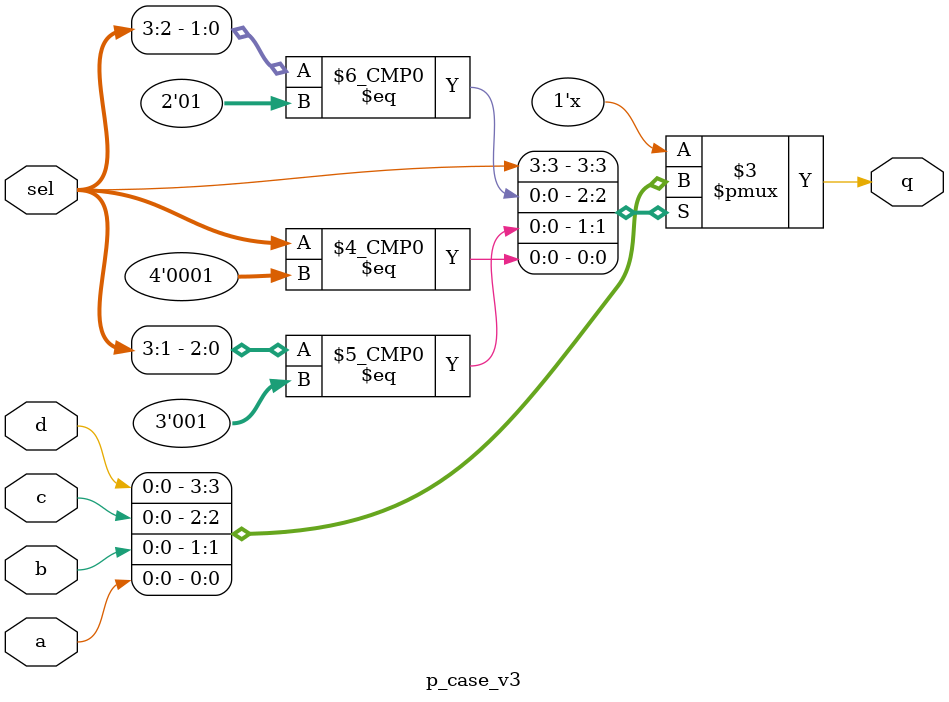
<source format=sv>
module p_case_v3
(
  input logic a, b, c, d,
  input logic [3 : 0] sel,
  output logic q
);
  always_comb begin
    casez (sel)
      4'b1???: q = d;
      4'b01??: q = c;
      4'b001?: q = b;
      4'b0001: q = a;
      default: q = 'x;
    endcase
  end
endmodule

</source>
